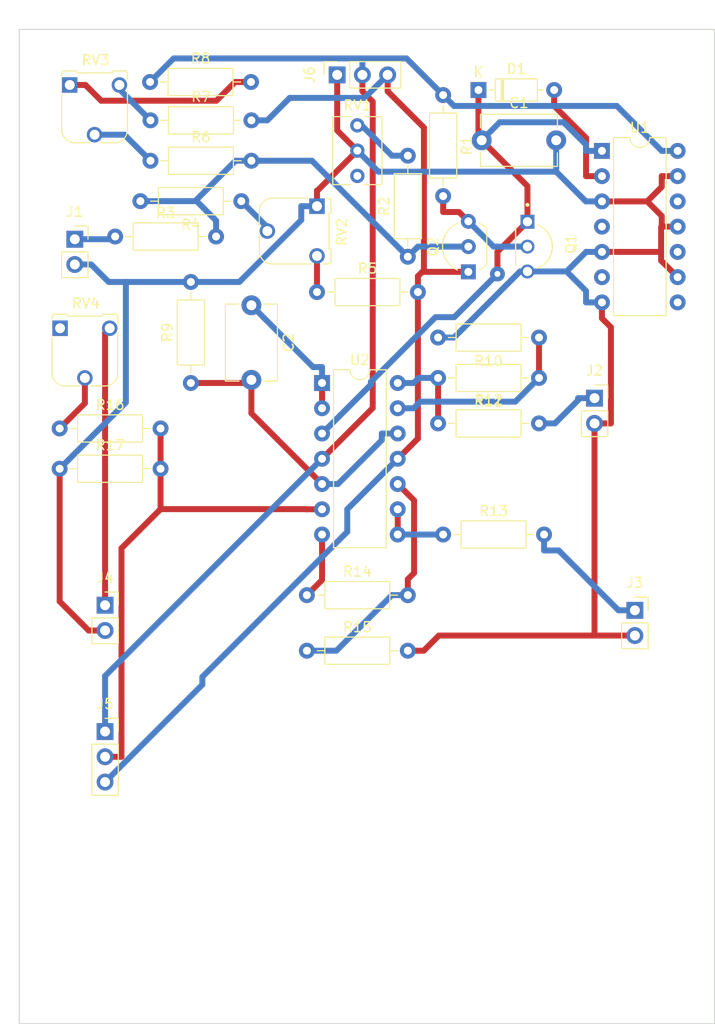
<source format=kicad_pcb>
(kicad_pcb (version 20221018) (generator pcbnew)
  (layers (0 "F.Cu" signal) (31 "B.Cu" signal) (34 "B.Paste" user) (35 "F.Paste" user) (36 "B.SilkS" user "B.Silkscreen") (37 "F.SilkS" user "F.Silkscreen") (38 "B.Mask" user) (39 "F.Mask" user) (44 "Edge.Cuts" user))
  (net 0 "")
  (net 1 "Net-(D1-K)")
  (net 2 "Net-(D1-A)")
  (net 3 "Net-(Q2-E)")
  (net 4 "GND")
  (net 11 "+12V")
  (net 12 "-12V")
  (net 13 "Net-(U2A--)")
  (net 14 "Net-(U2B-+)")
  (net 15 "Net-(J1-Pin_1)")
  (net 16 "Net-(J2-Pin_1)")
  (net 17 "Net-(J3-Pin_1)")
  (net 18 "Net-(J4-Pin_1)")
  (net 19 "Net-(J5-Pin_2)")
  (net 20 "Net-(Q2-B)")
  (net 21 "Net-(R2-Pad2)")
  (net 22 "Net-(R4-Pad1)")
  (net 23 "Net-(R5-Pad1)")
  (net 24 "Net-(R6-Pad1)")
  (net 25 "Net-(R7-Pad1)")
  (net 26 "Net-(R8-Pad2)")
  (net 27 "Net-(R11-Pad2)")
  (net 28 "Net-(U2D--)")
  (net 29 "Net-(R14-Pad1)")
  (net 30 "Net-(R16-Pad1)")
  (net 32 "Net-(U2C--)")
  (net 33 "Net-(U2C-+)")
  (footprint "Connector_PinSocket_2.54mm:PinSocket_1x02_P2.54mm_Vertical" (layer "F.Cu") (at 123.444 91.44)
    (fp_text reference "J4" (at 0 -2.77) (layer "F.SilkS"))
    (fp_text value "Conn_01x02_Socket")
    (pad "1" thru_hole rect (at 0 0) (size 1.7 1.7) (drill 1) (layers "*.Cu" "*.Mask") (net 18 "Net-(J4-Pin_1)"))
    (pad "2" thru_hole oval (at 0 2.54) (size 1.7 1.7) (drill 1) (layers "*.Cu" "*.Mask") (net 4 "GND"))
  )
  (footprint "Connector_PinSocket_2.54mm:PinSocket_1x02_P2.54mm_Vertical" (layer "F.Cu") (at 176.784 91.948)
    (fp_text reference "J3" (at 0 -2.77) (layer "F.SilkS"))
    (fp_text value "Conn_01x02_Socket")
    (pad "1" thru_hole rect (at 0 0) (size 1.7 1.7) (drill 1) (layers "*.Cu" "*.Mask") (net 17 "Net-(J3-Pin_1)"))
    (pad "2" thru_hole oval (at 0 2.54) (size 1.7 1.7) (drill 1) (layers "*.Cu" "*.Mask") (net 4 "GND"))
  )
  (footprint "Package_DIP:DIP-14_W7.62mm" (layer "F.Cu") (at 145.288 69.088)
    (fp_text reference "U2" (at 3.81 -2.33) (layer "F.SilkS"))
    (fp_text value "TL074")
    (pad "1" thru_hole rect (at 0 0) (size 1.6 1.6) (drill 0.8) (layers "*.Cu" "*.Mask") (net 13 "Net-(U2A--)"))
    (pad "2" thru_hole oval (at 0 2.54) (size 1.6 1.6) (drill 0.8) (layers "*.Cu" "*.Mask") (net 13 "Net-(U2A--)"))
    (pad "3" thru_hole oval (at 0 5.08) (size 1.6 1.6) (drill 0.8) (layers "*.Cu" "*.Mask") (net 1 "Net-(D1-K)"))
    (pad "4" thru_hole oval (at 0 7.62) (size 1.6 1.6) (drill 0.8) (layers "*.Cu" "*.Mask") (net 11 "+12V"))
    (pad "5" thru_hole oval (at 0 10.16) (size 1.6 1.6) (drill 0.8) (layers "*.Cu" "*.Mask") (net 14 "Net-(U2B-+)"))
    (pad "6" thru_hole oval (at 0 12.7) (size 1.6 1.6) (drill 0.8) (layers "*.Cu" "*.Mask") (net 19 "Net-(J5-Pin_2)"))
    (pad "7" thru_hole oval (at 0 15.24) (size 1.6 1.6) (drill 0.8) (layers "*.Cu" "*.Mask") (net 29 "Net-(R14-Pad1)"))
    (pad "8" thru_hole oval (at 7.62 15.24) (size 1.6 1.6) (drill 0.8) (layers "*.Cu" "*.Mask") (net 32 "Net-(U2C--)"))
    (pad "9" thru_hole oval (at 7.62 12.7) (size 1.6 1.6) (drill 0.8) (layers "*.Cu" "*.Mask") (net 32 "Net-(U2C--)"))
    (pad "10" thru_hole oval (at 7.62 10.16) (size 1.6 1.6) (drill 0.8) (layers "*.Cu" "*.Mask") (net 33 "Net-(U2C-+)"))
    (pad "11" thru_hole oval (at 7.62 7.62) (size 1.6 1.6) (drill 0.8) (layers "*.Cu" "*.Mask") (net 12 "-12V"))
    (pad "12" thru_hole oval (at 7.62 5.08) (size 1.6 1.6) (drill 0.8) (layers "*.Cu" "*.Mask") (net 14 "Net-(U2B-+)"))
    (pad "13" thru_hole oval (at 7.62 2.54) (size 1.6 1.6) (drill 0.8) (layers "*.Cu" "*.Mask") (net 28 "Net-(U2D--)"))
    (pad "14" thru_hole oval (at 7.62 0) (size 1.6 1.6) (drill 0.8) (layers "*.Cu" "*.Mask") (net 27 "Net-(R11-Pad2)"))
  )
  (footprint "Resistor_THT:R_Axial_DIN0207_L6.3mm_D2.5mm_P10.16mm_Horizontal" (layer "F.Cu") (at 167.132 64.516 180)
    (fp_text reference "R10" (at 5.08 -2.37) (layer "F.SilkS"))
    (fp_text value "47k")
    (pad "1" thru_hole circle (at 0 0 180) (size 1.6 1.6) (drill 0.8) (layers "*.Cu" "*.Mask") (net 28 "Net-(U2D--)"))
    (pad "2" thru_hole oval (at 10.16 0 180) (size 1.6 1.6) (drill 0.8) (layers "*.Cu" "*.Mask") (net 4 "GND"))
  )
  (footprint "Connector_PinSocket_2.54mm:PinSocket_1x02_P2.54mm_Vertical" (layer "F.Cu") (at 172.72 70.612)
    (fp_text reference "J2" (at 0 -2.77) (layer "F.SilkS"))
    (fp_text value "Conn_01x02_Socket")
    (pad "1" thru_hole rect (at 0 0) (size 1.7 1.7) (drill 1) (layers "*.Cu" "*.Mask") (net 16 "Net-(J2-Pin_1)"))
    (pad "2" thru_hole oval (at 0 2.54) (size 1.7 1.7) (drill 1) (layers "*.Cu" "*.Mask") (net 4 "GND"))
  )
  (footprint "Resistor_THT:R_Axial_DIN0207_L6.3mm_D2.5mm_P10.16mm_Horizontal" (layer "F.Cu") (at 143.764 96.012)
    (fp_text reference "R15" (at 5.08 -2.37) (layer "F.SilkS"))
    (fp_text value "68k")
    (pad "1" thru_hole circle (at 0 0) (size 1.6 1.6) (drill 0.8) (layers "*.Cu" "*.Mask") (net 33 "Net-(U2C-+)"))
    (pad "2" thru_hole oval (at 10.16 0) (size 1.6 1.6) (drill 0.8) (layers "*.Cu" "*.Mask") (net 4 "GND"))
  )
  (footprint "Resistor_THT:R_Axial_DIN0207_L6.3mm_D2.5mm_P10.16mm_Horizontal" (layer "F.Cu") (at 137.16 50.8 180)
    (fp_text reference "R4" (at 5.08 -2.37) (layer "F.SilkS"))
    (fp_text value "1M")
    (pad "1" thru_hole circle (at 0 0 180) (size 1.6 1.6) (drill 0.8) (layers "*.Cu" "*.Mask") (net 22 "Net-(R4-Pad1)"))
    (pad "2" thru_hole oval (at 10.16 0 180) (size 1.6 1.6) (drill 0.8) (layers "*.Cu" "*.Mask") (net 20 "Net-(Q2-B)"))
  )
  (footprint "Resistor_THT:R_Axial_DIN0207_L6.3mm_D2.5mm_P10.16mm_Horizontal" (layer "F.Cu") (at 156.972 73.152)
    (fp_text reference "R12" (at 5.08 -2.37) (layer "F.SilkS"))
    (fp_text value "1k")
    (pad "1" thru_hole circle (at 0 0) (size 1.6 1.6) (drill 0.8) (layers "*.Cu" "*.Mask") (net 27 "Net-(R11-Pad2)"))
    (pad "2" thru_hole oval (at 10.16 0) (size 1.6 1.6) (drill 0.8) (layers "*.Cu" "*.Mask") (net 16 "Net-(J2-Pin_1)"))
  )
  (footprint "Potentiometer_THT:Potentiometer_Vishay_T73XW_Horizontal" (layer "F.Cu") (at 148.844 43.18)
    (fp_text reference "RV1" (at 0 -2.01) (layer "F.SilkS"))
    (fp_text value "1k")
    (pad "1" thru_hole circle (at 0 0) (size 1.44 1.44) (drill 0.8) (layers "*.Cu" "*.Mask") (net 21 "Net-(R2-Pad2)"))
    (pad "2" thru_hole circle (at 0 2.54) (size 1.44 1.44) (drill 0.8) (layers "*.Cu" "*.Mask") (net 4 "GND"))
    (pad "3" thru_hole circle (at 0 5.08) (size 1.44 1.44) (drill 0.8) (layers "*.Cu" "*.Mask"))
  )
  (footprint "Resistor_THT:R_Axial_DIN0207_L6.3mm_D2.5mm_P10.16mm_Horizontal" (layer "F.Cu") (at 124.46 54.356)
    (fp_text reference "R3" (at 5.08 -2.37) (layer "F.SilkS"))
    (fp_text value "100k")
    (pad "1" thru_hole circle (at 0 0) (size 1.6 1.6) (drill 0.8) (layers "*.Cu" "*.Mask") (net 15 "Net-(J1-Pin_1)"))
    (pad "2" thru_hole oval (at 10.16 0) (size 1.6 1.6) (drill 0.8) (layers "*.Cu" "*.Mask") (net 20 "Net-(Q2-B)"))
  )
  (footprint "Potentiometer_THT:Potentiometer_Runtron_RM-065_Vertical" (layer "F.Cu") (at 118.912 63.58)
    (fp_text reference "RV4" (at 2.6 -2.5) (layer "F.SilkS"))
    (fp_text value "300k")
    (pad "1" thru_hole rect (at 0 0) (size 1.56 1.56) (drill 1) (layers "*.Cu" "*.Mask"))
    (pad "2" thru_hole circle (at 2.5 5) (size 1.56 1.56) (drill 1) (layers "*.Cu" "*.Mask") (net 30 "Net-(R16-Pad1)"))
    (pad "3" thru_hole circle (at 5 0) (size 1.56 1.56) (drill 1) (layers "*.Cu" "*.Mask") (net 18 "Net-(J4-Pin_1)"))
  )
  (footprint "Resistor_THT:R_Axial_DIN0207_L6.3mm_D2.5mm_P10.16mm_Horizontal" (layer "F.Cu") (at 128.016 42.672)
    (fp_text reference "R7" (at 5.08 -2.37) (layer "F.SilkS"))
    (fp_text value "33k")
    (pad "1" thru_hole circle (at 0 0) (size 1.6 1.6) (drill 0.8) (layers "*.Cu" "*.Mask") (net 25 "Net-(R7-Pad1)"))
    (pad "2" thru_hole oval (at 10.16 0) (size 1.6 1.6) (drill 0.8) (layers "*.Cu" "*.Mask") (net 12 "-12V"))
  )
  (footprint "Resistor_THT:R_Axial_DIN0207_L6.3mm_D2.5mm_P10.16mm_Horizontal" (layer "F.Cu") (at 157.48 40.132 -90)
    (fp_text reference "R1" (at 5.08 -2.37 90) (layer "F.SilkS"))
    (fp_text value "1M")
    (pad "1" thru_hole circle (at 0 0 270) (size 1.6 1.6) (drill 0.8) (layers "*.Cu" "*.Mask") (net 11 "+12V"))
    (pad "2" thru_hole oval (at 10.16 0 270) (size 1.6 1.6) (drill 0.8) (layers "*.Cu" "*.Mask") (net 3 "Net-(Q2-E)"))
  )
  (footprint "Potentiometer_THT:Potentiometer_Runtron_RM-065_Vertical" (layer "F.Cu") (at 119.888 39.116)
    (fp_text reference "RV3" (at 2.6 -2.5) (layer "F.SilkS"))
    (fp_text value "100k")
    (pad "1" thru_hole rect (at 0 0) (size 1.56 1.56) (drill 1) (layers "*.Cu" "*.Mask") (net 26 "Net-(R8-Pad2)"))
    (pad "2" thru_hole circle (at 2.5 5) (size 1.56 1.56) (drill 1) (layers "*.Cu" "*.Mask") (net 24 "Net-(R6-Pad1)"))
    (pad "3" thru_hole circle (at 5 0) (size 1.56 1.56) (drill 1) (layers "*.Cu" "*.Mask") (net 25 "Net-(R7-Pad1)"))
  )
  (footprint "Resistor_THT:R_Axial_DIN0207_L6.3mm_D2.5mm_P10.16mm_Horizontal" (layer "F.Cu") (at 144.78 59.944)
    (fp_text reference "R5" (at 5.08 -2.37) (layer "F.SilkS"))
    (fp_text value "100k")
    (pad "1" thru_hole circle (at 0 0) (size 1.6 1.6) (drill 0.8) (layers "*.Cu" "*.Mask") (net 23 "Net-(R5-Pad1)"))
    (pad "2" thru_hole oval (at 10.16 0) (size 1.6 1.6) (drill 0.8) (layers "*.Cu" "*.Mask") (net 12 "-12V"))
  )
  (footprint "Package_DIP:DIP-14_W7.62mm" (layer "F.Cu") (at 173.47 45.744)
    (fp_text reference "U1" (at 3.81 -2.33) (layer "F.SilkS"))
    (fp_text value "40106")
    (pad "1" thru_hole rect (at 0 0) (size 1.6 1.6) (drill 0.8) (layers "*.Cu" "*.Mask") (net 1 "Net-(D1-K)"))
    (pad "2" thru_hole oval (at 0 2.54) (size 1.6 1.6) (drill 0.8) (layers "*.Cu" "*.Mask") (net 2 "Net-(D1-A)"))
    (pad "3" thru_hole oval (at 0 5.08) (size 1.6 1.6) (drill 0.8) (layers "*.Cu" "*.Mask") (net 4 "GND"))
    (pad "4" thru_hole oval (at 0 7.62) (size 1.6 1.6) (drill 0.8) (layers "*.Cu" "*.Mask"))
    (pad "5" thru_hole oval (at 0 10.16) (size 1.6 1.6) (drill 0.8) (layers "*.Cu" "*.Mask") (net 4 "GND"))
    (pad "6" thru_hole oval (at 0 12.7) (size 1.6 1.6) (drill 0.8) (layers "*.Cu" "*.Mask"))
    (pad "7" thru_hole oval (at 0 15.24) (size 1.6 1.6) (drill 0.8) (layers "*.Cu" "*.Mask") (net 4 "GND"))
    (pad "8" thru_hole oval (at 7.62 15.24) (size 1.6 1.6) (drill 0.8) (layers "*.Cu" "*.Mask"))
    (pad "9" thru_hole oval (at 7.62 12.7) (size 1.6 1.6) (drill 0.8) (layers "*.Cu" "*.Mask") (net 4 "GND"))
    (pad "10" thru_hole oval (at 7.62 10.16) (size 1.6 1.6) (drill 0.8) (layers "*.Cu" "*.Mask"))
    (pad "11" thru_hole oval (at 7.62 7.62) (size 1.6 1.6) (drill 0.8) (layers "*.Cu" "*.Mask") (net 4 "GND"))
    (pad "12" thru_hole oval (at 7.62 5.08) (size 1.6 1.6) (drill 0.8) (layers "*.Cu" "*.Mask"))
    (pad "13" thru_hole oval (at 7.62 2.54) (size 1.6 1.6) (drill 0.8) (layers "*.Cu" "*.Mask") (net 4 "GND"))
    (pad "14" thru_hole oval (at 7.62 0) (size 1.6 1.6) (drill 0.8) (layers "*.Cu" "*.Mask") (net 11 "+12V"))
  )
  (footprint "Resistor_THT:R_Axial_DIN0207_L6.3mm_D2.5mm_P10.16mm_Horizontal" (layer "F.Cu") (at 128.016 46.736)
    (fp_text reference "R6" (at 5.08 -2.37) (layer "F.SilkS"))
    (fp_text value "100k")
    (pad "1" thru_hole circle (at 0 0) (size 1.6 1.6) (drill 0.8) (layers "*.Cu" "*.Mask") (net 24 "Net-(R6-Pad1)"))
    (pad "2" thru_hole oval (at 10.16 0) (size 1.6 1.6) (drill 0.8) (layers "*.Cu" "*.Mask") (net 20 "Net-(Q2-B)"))
  )
  (footprint "Potentiometer_THT:Potentiometer_Runtron_RM-065_Vertical" (layer "F.Cu") (at 144.78 51.308 -90)
    (fp_text reference "RV2" (at 2.6 -2.5 90) (layer "F.SilkS"))
    (fp_text value "100k")
    (pad "1" thru_hole rect (at 0 0 270) (size 1.56 1.56) (drill 1) (layers "*.Cu" "*.Mask") (net 4 "GND"))
    (pad "2" thru_hole circle (at 2.5 5 270) (size 1.56 1.56) (drill 1) (layers "*.Cu" "*.Mask") (net 22 "Net-(R4-Pad1)"))
    (pad "3" thru_hole circle (at 5 0 270) (size 1.56 1.56) (drill 1) (layers "*.Cu" "*.Mask") (net 23 "Net-(R5-Pad1)"))
  )
  (footprint "Capacitor_THT:C_Disc_D7.5mm_W5.0mm_P7.50mm" (layer "F.Cu") (at 161.362 44.68)
    (fp_text reference "C1" (at 3.75 -3.75) (layer "F.SilkS"))
    (fp_text value "2.2n")
    (pad "1" thru_hole circle (at 0 0) (size 2 2) (drill 1) (layers "*.Cu" "*.Mask") (net 1 "Net-(D1-K)"))
    (pad "2" thru_hole circle (at 7.5 0) (size 2 2) (drill 1) (layers "*.Cu" "*.Mask") (net 4 "GND"))
  )
  (footprint "Package_TO_SOT_THT:TO-92_Inline_Wide" (layer "F.Cu") (at 160.02 57.912 90)
    (fp_text reference "Q2" (at 2.54 -3.56 90) (layer "F.SilkS"))
    (fp_text value "BC558")
    (pad "1" thru_hole rect (at 0 0 90) (size 1.5 1.5) (drill 0.8) (layers "*.Cu" "*.Mask") (net 12 "-12V"))
    (pad "2" thru_hole circle (at 2.54 0 90) (size 1.5 1.5) (drill 0.8) (layers "*.Cu" "*.Mask") (net 20 "Net-(Q2-B)"))
    (pad "3" thru_hole circle (at 5.08 0 90) (size 1.5 1.5) (drill 0.8) (layers "*.Cu" "*.Mask") (net 3 "Net-(Q2-E)"))
  )
  (footprint "Capacitor_THT:C_Disc_D7.5mm_W5.0mm_P7.50mm" (layer "F.Cu") (at 138.176 61.274 -90)
    (fp_text reference "C2" (at 3.75 -3.75 90) (layer "F.SilkS"))
    (fp_text value "1u")
    (pad "1" thru_hole circle (at 0 0 270) (size 2 2) (drill 1) (layers "*.Cu" "*.Mask") (net 13 "Net-(U2A--)"))
    (pad "2" thru_hole circle (at 7.5 0 270) (size 2 2) (drill 1) (layers "*.Cu" "*.Mask") (net 14 "Net-(U2B-+)"))
  )
  (footprint "Resistor_THT:R_Axial_DIN0207_L6.3mm_D2.5mm_P10.16mm_Horizontal" (layer "F.Cu") (at 118.872 77.71)
    (fp_text reference "R17" (at 5.08 -2.37) (layer "F.SilkS"))
    (fp_text value "14k")
    (pad "1" thru_hole circle (at 0 0) (size 1.6 1.6) (drill 0.8) (layers "*.Cu" "*.Mask") (net 4 "GND"))
    (pad "2" thru_hole oval (at 10.16 0) (size 1.6 1.6) (drill 0.8) (layers "*.Cu" "*.Mask") (net 19 "Net-(J5-Pin_2)"))
  )
  (footprint "Connector_PinSocket_2.54mm:PinSocket_1x02_P2.54mm_Vertical" (layer "F.Cu") (at 120.396 54.63)
    (fp_text reference "J1" (at 0 -2.77) (layer "F.SilkS"))
    (fp_text value "Conn_01x02_Socket")
    (pad "1" thru_hole rect (at 0 0) (size 1.7 1.7) (drill 1) (layers "*.Cu" "*.Mask") (net 15 "Net-(J1-Pin_1)"))
    (pad "2" thru_hole oval (at 0 2.54) (size 1.7 1.7) (drill 1) (layers "*.Cu" "*.Mask") (net 4 "GND"))
  )
  (footprint "Resistor_THT:R_Axial_DIN0207_L6.3mm_D2.5mm_P10.16mm_Horizontal" (layer "F.Cu") (at 132.08 69.088 90)
    (fp_text reference "R9" (at 5.08 -2.37 90) (layer "F.SilkS"))
    (fp_text value "100k")
    (pad "1" thru_hole circle (at 0 0 90) (size 1.6 1.6) (drill 0.8) (layers "*.Cu" "*.Mask") (net 14 "Net-(U2B-+)"))
    (pad "2" thru_hole oval (at 10.16 0 90) (size 1.6 1.6) (drill 0.8) (layers "*.Cu" "*.Mask") (net 4 "GND"))
  )
  (footprint "Resistor_THT:R_Axial_DIN0207_L6.3mm_D2.5mm_P10.16mm_Horizontal" (layer "F.Cu") (at 153.924 56.388 90)
    (fp_text reference "R2" (at 5.08 -2.37 90) (layer "F.SilkS"))
    (fp_text value "1.5k")
    (pad "1" thru_hole circle (at 0 0 90) (size 1.6 1.6) (drill 0.8) (layers "*.Cu" "*.Mask") (net 20 "Net-(Q2-B)"))
    (pad "2" thru_hole oval (at 10.16 0 90) (size 1.6 1.6) (drill 0.8) (layers "*.Cu" "*.Mask") (net 21 "Net-(R2-Pad2)"))
  )
  (footprint "Diode_THT:D_DO-35_SOD27_P7.62mm_Horizontal" (layer "F.Cu") (at 161.036 39.624)
    (fp_text reference "D1" (at 3.81 -2.12) (layer "F.SilkS"))
    (fp_text value "1N4148")
    (fp_text user "K" (at 0 -1.8) (layer "F.SilkS"))
    (pad "1" thru_hole rect (at 0 0) (size 1.6 1.6) (drill 0.8) (layers "*.Cu" "*.Mask") (net 1 "Net-(D1-K)"))
    (pad "2" thru_hole oval (at 7.62 0) (size 1.6 1.6) (drill 0.8) (layers "*.Cu" "*.Mask") (net 2 "Net-(D1-A)"))
  )
  (footprint "Resistor_THT:R_Axial_DIN0207_L6.3mm_D2.5mm_P10.16mm_Horizontal" (layer "F.Cu") (at 167.132 68.58 180)
    (fp_text reference "R11" (at 5.08 -2.37) (layer "F.SilkS"))
    (fp_text value "100k")
    (pad "1" thru_hole circle (at 0 0 180) (size 1.6 1.6) (drill 0.8) (layers "*.Cu" "*.Mask") (net 28 "Net-(U2D--)"))
    (pad "2" thru_hole oval (at 10.16 0 180) (size 1.6 1.6) (drill 0.8) (layers "*.Cu" "*.Mask") (net 27 "Net-(R11-Pad2)"))
  )
  (footprint "Connector_PinSocket_2.54mm:PinSocket_1x03_P2.54mm_Vertical" (layer "F.Cu") (at 123.444 104.14)
    (fp_text reference "J5" (at 0 -2.77) (layer "F.SilkS"))
    (fp_text value "Conn_01x03_Socket")
    (pad "1" thru_hole rect (at 0 0) (size 1.7 1.7) (drill 1) (layers "*.Cu" "*.Mask") (net 11 "+12V"))
    (pad "2" thru_hole oval (at 0 2.54) (size 1.7 1.7) (drill 1) (layers "*.Cu" "*.Mask") (net 19 "Net-(J5-Pin_2)"))
    (pad "3" thru_hole oval (at 0 5.08) (size 1.7 1.7) (drill 1) (layers "*.Cu" "*.Mask") (net 12 "-12V"))
  )
  (footprint "Connector_PinSocket_2.54mm:PinSocket_1x03_P2.54mm_Vertical" (layer "F.Cu") (at 146.812 38.1 90)
    (fp_text reference "J6" (at 0 -2.77 90) (layer "F.SilkS"))
    (fp_text value "Conn_01x03_Socket")
    (pad "1" thru_hole rect (at 0 0 90) (size 1.7 1.7) (drill 1) (layers "*.Cu" "*.Mask") (net 4 "GND"))
    (pad "2" thru_hole oval (at 0 2.54 90) (size 1.7 1.7) (drill 1) (layers "*.Cu" "*.Mask") (net 11 "+12V"))
    (pad "3" thru_hole oval (at 0 5.08 90) (size 1.7 1.7) (drill 1) (layers "*.Cu" "*.Mask") (net 12 "-12V"))
  )
  (footprint "BC548C:TO92250P510H770-3" (layer "F.Cu") (at 166.624 55.372 -90)
    (fp_text reference "Q1" (at -0.275 -3.735 90) (layer "F.SilkS"))
    (fp_text value "BC548C")
    (pad "1" thru_hole rect (at -2.5 0.655 270) (size 1.4 1.4) (drill 0.93) (layers "*.Cu" "*.Mask") (net 1 "Net-(D1-K)"))
    (pad "2" thru_hole circle (at 0 0.655 270) (size 1.4 1.4) (drill 0.93) (layers "*.Cu" "*.Mask") (net 3 "Net-(Q2-E)"))
    (pad "3" thru_hole circle (at 2.5 0.655 270) (size 1.4 1.4) (drill 0.93) (layers "*.Cu" "*.Mask") (net 4 "GND"))
  )
  (footprint "Resistor_THT:R_Axial_DIN0207_L6.3mm_D2.5mm_P10.16mm_Horizontal" (layer "F.Cu") (at 157.48 84.328)
    (fp_text reference "R13" (at 5.08 -2.37) (layer "F.SilkS"))
    (fp_text value "1k")
    (pad "1" thru_hole circle (at 0 0) (size 1.6 1.6) (drill 0.8) (layers "*.Cu" "*.Mask") (net 32 "Net-(U2C--)"))
    (pad "2" thru_hole oval (at 10.16 0) (size 1.6 1.6) (drill 0.8) (layers "*.Cu" "*.Mask") (net 17 "Net-(J3-Pin_1)"))
  )
  (footprint "Resistor_THT:R_Axial_DIN0207_L6.3mm_D2.5mm_P10.16mm_Horizontal" (layer "F.Cu") (at 143.764 90.424)
    (fp_text reference "R14" (at 5.08 -2.37) (layer "F.SilkS"))
    (fp_text value "100k")
    (pad "1" thru_hole circle (at 0 0) (size 1.6 1.6) (drill 0.8) (layers "*.Cu" "*.Mask") (net 29 "Net-(R14-Pad1)"))
    (pad "2" thru_hole oval (at 10.16 0) (size 1.6 1.6) (drill 0.8) (layers "*.Cu" "*.Mask") (net 33 "Net-(U2C-+)"))
  )
  (footprint "Resistor_THT:R_Axial_DIN0207_L6.3mm_D2.5mm_P10.16mm_Horizontal" (layer "F.Cu") (at 118.872 73.66)
    (fp_text reference "R16" (at 5.08 -2.37) (layer "F.SilkS"))
    (fp_text value "68k")
    (pad "1" thru_hole circle (at 0 0) (size 1.6 1.6) (drill 0.8) (layers "*.Cu" "*.Mask") (net 30 "Net-(R16-Pad1)"))
    (pad "2" thru_hole oval (at 10.16 0) (size 1.6 1.6) (drill 0.8) (layers "*.Cu" "*.Mask") (net 19 "Net-(J5-Pin_2)"))
  )
  (footprint "Resistor_THT:R_Axial_DIN0207_L6.3mm_D2.5mm_P10.16mm_Horizontal" (layer "F.Cu") (at 127.976 38.816)
    (fp_text reference "R8" (at 5.08 -2.37) (layer "F.SilkS"))
    (fp_text value "100k")
    (pad "1" thru_hole circle (at 0 0) (size 1.6 1.6) (drill 0.8) (layers "*.Cu" "*.Mask") (net 11 "+12V"))
    (pad "2" thru_hole oval (at 10.16 0) (size 1.6 1.6) (drill 0.8) (layers "*.Cu" "*.Mask") (net 26 "Net-(R8-Pad2)"))
  )
  (gr_rect (start 114.808 33.528) (end 184.808 133.528) (stroke (width 0.1)) (fill none) (layer "Edge.Cuts"))
  (segment (start 165.969 52.872) (end 162.947 55.8942) (width 0.6) (layer "F.Cu") (net 1))
  (segment (start 161.362 44.68) (end 161.036 44.354) (width 0.6) (layer "F.Cu") (net 1))
  (segment (start 162.947 55.8942) (end 162.947 58.123) (width 0.6) (layer "F.Cu") (net 1))
  (segment (start 165.969 49.287) (end 161.362 44.68) (width 0.6) (layer "F.Cu") (net 1))
  (segment (start 161.036 44.354) (end 161.036 39.624) (width 0.6) (layer "F.Cu") (net 1))
  (segment (start 165.969 52.872) (end 165.969 49.287) (width 0.6) (layer "F.Cu") (net 1))
  (via (at 162.947 58.123) (size 1.5) (drill 0.6) (layers "F.Cu" "B.Cu") (net 1))
  (segment (start 162.947 58.123) (end 158.601 62.4691) (width 0.6) (layer "B.Cu") (net 1))
  (segment (start 150.206 69.2503) (end 145.288 74.168) (width 0.6) (layer "B.Cu") (net 1))
  (segment (start 171.868 45.744) (end 173.47 45.744) (width 0.6) (layer "B.Cu") (net 1))
  (segment (start 158.601 62.4691) (end 156.71 62.4691) (width 0.6) (layer "B.Cu") (net 1))
  (segment (start 156.71 62.4691) (end 150.206 68.9736) (width 0.6) (layer "B.Cu") (net 1))
  (segment (start 169.606 42.8688) (end 171.868 45.1308) (width 0.6) (layer "B.Cu") (net 1))
  (segment (start 161.362 44.68) (end 163.173 42.8688) (width 0.6) (layer "B.Cu") (net 1))
  (segment (start 171.868 45.1308) (end 171.868 45.744) (width 0.6) (layer "B.Cu") (net 1))
  (segment (start 163.173 42.8688) (end 169.606 42.8688) (width 0.6) (layer "B.Cu") (net 1))
  (segment (start 150.206 68.9736) (end 150.206 69.2503) (width 0.6) (layer "B.Cu") (net 1))
  (segment (start 171.868 44.438) (end 171.868 48.284) (width 0.6) (layer "F.Cu") (net 2))
  (segment (start 168.656 39.624) (end 168.656 41.2259) (width 0.6) (layer "F.Cu") (net 2))
  (segment (start 171.868 48.284) (end 173.47 48.284) (width 0.6) (layer "F.Cu") (net 2))
  (segment (start 168.656 41.2259) (end 171.868 44.438) (width 0.6) (layer "F.Cu") (net 2))
  (segment (start 159.082 51.8939) (end 157.48 51.8939) (width 0.6) (layer "F.Cu") (net 3))
  (segment (start 157.48 51.8939) (end 157.48 50.292) (width 0.6) (layer "F.Cu") (net 3))
  (segment (start 160.02 52.832) (end 159.082 51.8939) (width 0.6) (layer "F.Cu") (net 3))
  (segment (start 165.969 55.372) (end 162.56 55.372) (width 0.6) (layer "B.Cu") (net 3))
  (segment (start 162.56 55.372) (end 160.02 52.832) (width 0.6) (layer "B.Cu") (net 3))
  (segment (start 173.47 62.5859) (end 173.47 60.984) (width 0.6) (layer "F.Cu") (net 4))
  (segment (start 144.78 49.7261) (end 144.838 49.7261) (width 0.6) (layer "F.Cu") (net 4))
  (segment (start 179.488 49.3586) (end 179.488 48.284) (width 0.6) (layer "F.Cu") (net 4))
  (segment (start 144.838 49.7261) (end 148.844 45.72) (width 0.6) (layer "F.Cu") (net 4))
  (segment (start 179.488 48.284) (end 181.09 48.284) (width 0.6) (layer "F.Cu") (net 4))
  (segment (start 146.812 43.688) (end 148.844 45.72) (width 0.6) (layer "F.Cu") (net 4))
  (segment (start 118.872 91.0599) (end 121.792 93.98) (width 0.6) (layer "F.Cu") (net 4))
  (segment (start 144.78 51.308) (end 144.78 49.7261) (width 0.6) (layer "F.Cu") (net 4))
  (segment (start 172.72 73.152) (end 174.372 73.152) (width 0.6) (layer "F.Cu") (net 4))
  (segment (start 181.09 53.364) (end 179.488 53.364) (width 0.6) (layer "F.Cu") (net 4))
  (segment (start 155.526 96.012) (end 157.05 94.488) (width 0.6) (layer "F.Cu") (net 4))
  (segment (start 179.426 55.904) (end 179.426 56.78) (width 0.6) (layer "F.Cu") (net 4))
  (segment (start 176.784 94.488) (end 172.72 94.488) (width 0.6) (layer "F.Cu") (net 4))
  (segment (start 146.812 38.1) (end 146.812 43.688) (width 0.6) (layer "F.Cu") (net 4))
  (segment (start 172.72 73.152) (end 172.72 94.488) (width 0.6) (layer "F.Cu") (net 4))
  (segment (start 178.023 50.824) (end 179.488 52.2894) (width 0.6) (layer "F.Cu") (net 4))
  (segment (start 179.488 52.2894) (end 179.488 53.364) (width 0.6) (layer "F.Cu") (net 4))
  (segment (start 153.924 96.012) (end 155.526 96.012) (width 0.6) (layer "F.Cu") (net 4))
  (segment (start 157.05 94.488) (end 172.72 94.488) (width 0.6) (layer "F.Cu") (net 4))
  (segment (start 179.426 55.904) (end 179.426 53.4261) (width 0.6) (layer "F.Cu") (net 4))
  (segment (start 121.792 93.98) (end 123.444 93.98) (width 0.6) (layer "F.Cu") (net 4))
  (segment (start 174.372 73.152) (end 174.372 63.4878) (width 0.6) (layer "F.Cu") (net 4))
  (segment (start 174.372 63.4878) (end 173.47 62.5859) (width 0.6) (layer "F.Cu") (net 4))
  (segment (start 173.47 50.824) (end 178.023 50.824) (width 0.6) (layer "F.Cu") (net 4))
  (segment (start 173.47 55.904) (end 179.426 55.904) (width 0.6) (layer "F.Cu") (net 4))
  (segment (start 179.426 56.78) (end 181.09 58.444) (width 0.6) (layer "F.Cu") (net 4))
  (segment (start 118.872 77.71) (end 118.872 91.0599) (width 0.6) (layer "F.Cu") (net 4))
  (segment (start 179.426 53.4261) (end 179.488 53.364) (width 0.6) (layer "F.Cu") (net 4))
  (segment (start 178.023 50.824) (end 179.488 49.3586) (width 0.6) (layer "F.Cu") (net 4))
  (segment (start 169.909 57.872) (end 171.868 55.9128) (width 0.6) (layer "B.Cu") (net 4))
  (segment (start 125.538 58.928) (end 125.538 71.0437) (width 0.6) (layer "B.Cu") (net 4))
  (segment (start 120.396 57.17) (end 122.048 57.17) (width 0.6) (layer "B.Cu") (net 4))
  (segment (start 168.862 44.68) (end 168.862 47.8358) (width 0.6) (layer "B.Cu") (net 4))
  (segment (start 171.85 50.824) (end 173.47 50.824) (width 0.6) (layer "B.Cu") (net 4))
  (segment (start 171.868 55.904) (end 173.47 55.904) (width 0.6) (layer "B.Cu") (net 4))
  (segment (start 173.47 60.984) (end 171.868 60.984) (width 0.6) (layer "B.Cu") (net 4))
  (segment (start 171.868 59.8312) (end 169.909 57.872) (width 0.6) (layer "B.Cu") (net 4))
  (segment (start 165.218 57.872) (end 165.969 57.872) (width 0.6) (layer "B.Cu") (net 4))
  (segment (start 171.868 60.984) (end 171.868 59.8312) (width 0.6) (layer "B.Cu") (net 4))
  (segment (start 171.868 55.9128) (end 171.868 55.904) (width 0.6) (layer "B.Cu") (net 4))
  (segment (start 143.198 52.6922) (end 136.962 58.928) (width 0.6) (layer "B.Cu") (net 4))
  (segment (start 168.862 47.8358) (end 171.85 50.824) (width 0.6) (layer "B.Cu") (net 4))
  (segment (start 144.78 51.308) (end 143.198 51.308) (width 0.6) (layer "B.Cu") (net 4))
  (segment (start 136.962 58.928) (end 132.08 58.928) (width 0.6) (layer "B.Cu") (net 4))
  (segment (start 156.972 64.516) (end 158.574 64.516) (width 0.6) (layer "B.Cu") (net 4))
  (segment (start 125.538 58.928) (end 132.08 58.928) (width 0.6) (layer "B.Cu") (net 4))
  (segment (start 122.048 57.17) (end 123.806 58.928) (width 0.6) (layer "B.Cu") (net 4))
  (segment (start 123.806 58.928) (end 125.538 58.928) (width 0.6) (layer "B.Cu") (net 4))
  (segment (start 169.909 57.872) (end 165.969 57.872) (width 0.6) (layer "B.Cu") (net 4))
  (segment (start 158.574 64.516) (end 165.218 57.872) (width 0.6) (layer "B.Cu") (net 4))
  (segment (start 148.844 45.72) (end 150.96 47.8358) (width 0.6) (layer "B.Cu") (net 4))
  (segment (start 125.538 71.0437) (end 118.872 77.71) (width 0.6) (layer "B.Cu") (net 4))
  (segment (start 143.198 51.308) (end 143.198 52.6922) (width 0.6) (layer "B.Cu") (net 4))
  (segment (start 150.96 47.8358) (end 168.862 47.8358) (width 0.6) (layer "B.Cu") (net 4))
  (segment (start 149.352 38.1) (end 149.352 39.7519) (width 0.6) (layer "F.Cu") (net 11))
  (segment (start 149.352 39.7519) (end 150.389 40.7892) (width 0.6) (layer "F.Cu") (net 11))
  (segment (start 150.389 71.6067) (end 145.288 76.708) (width 0.6) (layer "F.Cu") (net 11))
  (segment (start 150.389 40.7892) (end 150.389 71.6067) (width 0.6) (layer "F.Cu") (net 11))
  (segment (start 127.976 38.816) (end 130.344 36.4481) (width 0.6) (layer "B.Cu") (net 11))
  (segment (start 130.344 36.4481) (end 149.352 36.4481) (width 0.6) (layer "B.Cu") (net 11))
  (segment (start 153.796 36.4481) (end 157.48 40.132) (width 0.6) (layer "B.Cu") (net 11))
  (segment (start 174.97 41.2259) (end 158.574 41.2259) (width 0.6) (layer "B.Cu") (net 11))
  (segment (start 123.444 98.552) (end 145.288 76.708) (width 0.6) (layer "B.Cu") (net 11))
  (segment (start 123.444 104.14) (end 123.444 98.552) (width 0.6) (layer "B.Cu") (net 11))
  (segment (start 158.574 41.2259) (end 157.48 40.132) (width 0.6) (layer "B.Cu") (net 11))
  (segment (start 179.488 45.744) (end 174.97 41.2259) (width 0.6) (layer "B.Cu") (net 11))
  (segment (start 149.352 38.1) (end 149.352 36.4481) (width 0.6) (layer "B.Cu") (net 11))
  (segment (start 149.352 36.4481) (end 153.796 36.4481) (width 0.6) (layer "B.Cu") (net 11))
  (segment (start 181.09 45.744) (end 179.488 45.744) (width 0.6) (layer "B.Cu") (net 11))
  (segment (start 160.02 57.912) (end 155.546 57.912) (width 0.6) (layer "F.Cu") (net 12))
  (segment (start 152.908 76.708) (end 154.94 74.676) (width 0.6) (layer "F.Cu") (net 12))
  (segment (start 155.546 43.4059) (end 151.892 39.7519) (width 0.6) (layer "F.Cu") (net 12))
  (segment (start 154.94 74.676) (end 154.94 59.944) (width 0.6) (layer "F.Cu") (net 12))
  (segment (start 155.37 57.912) (end 155.546 57.912) (width 0.6) (layer "F.Cu") (net 12))
  (segment (start 154.94 58.3421) (end 155.37 57.912) (width 0.6) (layer "F.Cu") (net 12))
  (segment (start 155.546 57.912) (end 155.546 43.4059) (width 0.6) (layer "F.Cu") (net 12))
  (segment (start 154.94 59.944) (end 154.94 58.3421) (width 0.6) (layer "F.Cu") (net 12))
  (segment (start 151.892 39.7519) (end 151.892 38.1) (width 0.6) (layer "F.Cu") (net 12))
  (segment (start 151.892 38.1) (end 149.576 40.4164) (width 0.6) (layer "B.Cu") (net 12))
  (segment (start 133.24 99.4241) (end 133.24 98.6415) (width 0.6) (layer "B.Cu") (net 12))
  (segment (start 123.444 109.22) (end 133.24 99.4241) (width 0.6) (layer "B.Cu") (net 12))
  (segment (start 147.828 84.0534) (end 147.828 81.788) (width 0.6) (layer "B.Cu") (net 12))
  (segment (start 139.778 42.672) (end 138.176 42.672) (width 0.6) (layer "B.Cu") (net 12))
  (segment (start 147.828 81.788) (end 152.908 76.708) (width 0.6) (layer "B.Cu") (net 12))
  (segment (start 142.034 40.4164) (end 139.778 42.672) (width 0.6) (layer "B.Cu") (net 12))
  (segment (start 149.576 40.4164) (end 142.034 40.4164) (width 0.6) (layer "B.Cu") (net 12))
  (segment (start 133.24 98.6415) (end 147.828 84.0534) (width 0.6) (layer "B.Cu") (net 12))
  (segment (start 145.288 71.628) (end 145.288 69.088) (width 0.6) (layer "F.Cu") (net 13))
  (segment (start 145.288 67.4861) (end 145.288 69.088) (width 0.6) (layer "B.Cu") (net 13))
  (segment (start 144.388 67.4861) (end 145.288 67.4861) (width 0.6) (layer "B.Cu") (net 13))
  (segment (start 138.176 61.274) (end 144.388 67.4861) (width 0.6) (layer "B.Cu") (net 13))
  (segment (start 138.176 68.774) (end 138.176 69.088) (width 0.6) (layer "F.Cu") (net 14))
  (segment (start 138.176 69.088) (end 138.176 72.136) (width 0.6) (layer "F.Cu") (net 14))
  (segment (start 138.176 69.088) (end 132.08 69.088) (width 0.6) (layer "F.Cu") (net 14))
  (segment (start 138.176 72.136) (end 145.288 79.248) (width 0.6) (layer "F.Cu") (net 14))
  (segment (start 152.908 74.168) (end 151.306 74.168) (width 0.6) (layer "B.Cu") (net 14))
  (segment (start 151.306 74.8318) (end 146.89 79.248) (width 0.6) (layer "B.Cu") (net 14))
  (segment (start 151.306 74.168) (end 151.306 74.8318) (width 0.6) (layer "B.Cu") (net 14))
  (segment (start 146.89 79.248) (end 145.288 79.248) (width 0.6) (layer "B.Cu") (net 14))
  (segment (start 120.396 54.63) (end 124.186 54.63) (width 0.6) (layer "B.Cu") (net 15))
  (segment (start 124.186 54.63) (end 124.46 54.356) (width 0.6) (layer "B.Cu") (net 15))
  (segment (start 168.734 73.152) (end 171.068 70.8178) (width 0.6) (layer "B.Cu") (net 16))
  (segment (start 171.068 70.8178) (end 171.068 70.612) (width 0.6) (layer "B.Cu") (net 16))
  (segment (start 171.068 70.612) (end 172.72 70.612) (width 0.6) (layer "B.Cu") (net 16))
  (segment (start 167.132 73.152) (end 168.734 73.152) (width 0.6) (layer "B.Cu") (net 16))
  (segment (start 167.64 85.9299) (end 169.114 85.9299) (width 0.6) (layer "B.Cu") (net 17))
  (segment (start 175.132 91.948) (end 176.784 91.948) (width 0.6) (layer "B.Cu") (net 17))
  (segment (start 167.64 84.328) (end 167.64 85.9299) (width 0.6) (layer "B.Cu") (net 17))
  (segment (start 169.114 85.9299) (end 175.132 91.948) (width 0.6) (layer "B.Cu") (net 17))
  (segment (start 123.444 64.048) (end 123.912 63.58) (width 0.6) (layer "F.Cu") (net 18))
  (segment (start 123.444 91.44) (end 123.444 64.048) (width 0.6) (layer "F.Cu") (net 18))
  (segment (start 125.096 106.68) (end 125.096 85.7091) (width 0.6) (layer "F.Cu") (net 19))
  (segment (start 125.096 85.7091) (end 129.032 81.773) (width 0.6) (layer "F.Cu") (net 19))
  (segment (start 145.288 81.788) (end 143.686 81.788) (width 0.6) (layer "F.Cu") (net 19))
  (segment (start 123.444 106.68) (end 125.096 106.68) (width 0.6) (layer "F.Cu") (net 19))
  (segment (start 129.032 73.66) (end 129.032 77.71) (width 0.6) (layer "F.Cu") (net 19))
  (segment (start 129.032 77.71) (end 129.032 81.773) (width 0.6) (layer "F.Cu") (net 19))
  (segment (start 143.671 81.773) (end 129.032 81.773) (width 0.6) (layer "F.Cu") (net 19))
  (segment (start 143.686 81.788) (end 143.671 81.773) (width 0.6) (layer "F.Cu") (net 19))
  (segment (start 154.94 55.372) (end 153.924 56.388) (width 0.6) (layer "B.Cu") (net 20))
  (segment (start 132.51 50.8) (end 132.588 50.7221) (width 0.6) (layer "B.Cu") (net 20))
  (segment (start 136.574 46.736) (end 132.588 50.7221) (width 0.6) (layer "B.Cu") (net 20))
  (segment (start 134.62 52.7541) (end 132.588 50.7221) (width 0.6) (layer "B.Cu") (net 20))
  (segment (start 127 50.8) (end 132.51 50.8) (width 0.6) (layer "B.Cu") (net 20))
  (segment (start 134.62 54.356) (end 134.62 52.7541) (width 0.6) (layer "B.Cu") (net 20))
  (segment (start 144.272 46.736) (end 138.176 46.736) (width 0.6) (layer "B.Cu") (net 20))
  (segment (start 160.02 55.372) (end 154.94 55.372) (width 0.6) (layer "B.Cu") (net 20))
  (segment (start 153.924 56.388) (end 144.272 46.736) (width 0.6) (layer "B.Cu") (net 20))
  (segment (start 138.176 46.736) (end 136.574 46.736) (width 0.6) (layer "B.Cu") (net 20))
  (segment (start 153.924 46.228) (end 152.322 46.228) (width 0.6) (layer "B.Cu") (net 21))
  (segment (start 149.274 43.18) (end 148.844 43.18) (width 0.6) (layer "B.Cu") (net 21))
  (segment (start 152.322 46.228) (end 149.274 43.18) (width 0.6) (layer "B.Cu") (net 21))
  (segment (start 139.78 53.42) (end 139.78 53.808) (width 0.6) (layer "B.Cu") (net 22))
  (segment (start 137.16 50.8) (end 139.78 53.42) (width 0.6) (layer "B.Cu") (net 22))
  (segment (start 144.78 59.944) (end 144.78 56.308) (width 0.6) (layer "F.Cu") (net 23))
  (segment (start 125.396 44.116) (end 122.388 44.116) (width 0.6) (layer "B.Cu") (net 24))
  (segment (start 128.016 46.736) (end 125.396 44.116) (width 0.6) (layer "B.Cu") (net 24))
  (segment (start 128.016 42.672) (end 124.888 39.544) (width 0.6) (layer "B.Cu") (net 25))
  (segment (start 124.888 39.544) (end 124.888 39.116) (width 0.6) (layer "B.Cu") (net 25))
  (segment (start 134.652 40.6979) (end 136.534 38.816) (width 0.6) (layer "F.Cu") (net 26))
  (segment (start 121.47 39.116) (end 123.052 40.6979) (width 0.6) (layer "F.Cu") (net 26))
  (segment (start 136.534 38.816) (end 138.136 38.816) (width 0.6) (layer "F.Cu") (net 26))
  (segment (start 123.052 40.6979) (end 134.652 40.6979) (width 0.6) (layer "F.Cu") (net 26))
  (segment (start 119.888 39.116) (end 121.47 39.116) (width 0.6) (layer "F.Cu") (net 26))
  (segment (start 156.972 68.58) (end 156.972 73.152) (width 0.6) (layer "F.Cu") (net 27))
  (segment (start 156.972 68.58) (end 155.018 68.58) (width 0.6) (layer "B.Cu") (net 27))
  (segment (start 155.018 68.58) (end 154.51 69.088) (width 0.6) (layer "B.Cu") (net 27))
  (segment (start 154.51 69.088) (end 152.908 69.088) (width 0.6) (layer "B.Cu") (net 27))
  (segment (start 167.132 64.516) (end 167.132 68.58) (width 0.6) (layer "F.Cu") (net 28))
  (segment (start 154.51 71.628) (end 152.908 71.628) (width 0.6) (layer "B.Cu") (net 28))
  (segment (start 167.132 68.58) (end 164.748 70.9643) (width 0.6) (layer "B.Cu") (net 28))
  (segment (start 155.174 70.9643) (end 154.51 71.628) (width 0.6) (layer "B.Cu") (net 28))
  (segment (start 164.748 70.9643) (end 155.174 70.9643) (width 0.6) (layer "B.Cu") (net 28))
  (segment (start 143.764 90.424) (end 145.288 88.9) (width 0.6) (layer "F.Cu") (net 29))
  (segment (start 145.288 88.9) (end 145.288 84.328) (width 0.6) (layer "F.Cu") (net 29))
  (segment (start 118.872 73.66) (end 121.412 71.12) (width 0.6) (layer "F.Cu") (net 30))
  (segment (start 121.412 71.12) (end 121.412 68.58) (width 0.6) (layer "F.Cu") (net 30))
  (segment (start 152.908 81.788) (end 152.908 84.328) (width 0.6) (layer "F.Cu") (net 32))
  (segment (start 157.48 84.328) (end 152.908 84.328) (width 0.6) (layer "B.Cu") (net 32))
  (segment (start 154.553 88.1935) (end 154.553 80.8926) (width 0.6) (layer "F.Cu") (net 33))
  (segment (start 153.924 88.8221) (end 154.553 88.1935) (width 0.6) (layer "F.Cu") (net 33))
  (segment (start 153.924 90.424) (end 153.924 88.8221) (width 0.6) (layer "F.Cu") (net 33))
  (segment (start 154.553 80.8926) (end 152.908 79.248) (width 0.6) (layer "F.Cu") (net 33))
  (segment (start 153.924 90.424) (end 152.322 90.424) (width 0.6) (layer "B.Cu") (net 33))
  (segment (start 146.734 96.012) (end 143.764 96.012) (width 0.6) (layer "B.Cu") (net 33))
  (segment (start 152.322 90.424) (end 146.734 96.012) (width 0.6) (layer "B.Cu") (net 33))
)
</source>
